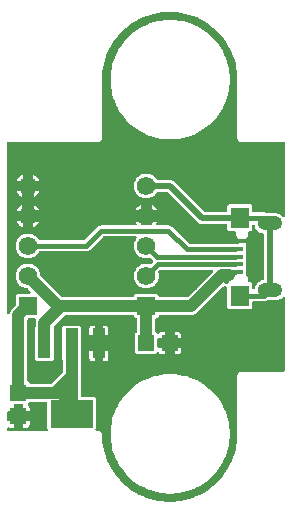
<source format=gtl>
G04 Layer: TopLayer*
G04 EasyEDA v6.5.20, 2023-08-22 18:50:07*
G04 a67cddfb3fce44daa9051d46cbbcc19f,10*
G04 Gerber Generator version 0.2*
G04 Scale: 100 percent, Rotated: No, Reflected: No *
G04 Dimensions in millimeters *
G04 leading zeros omitted , absolute positions ,4 integer and 5 decimal *
%FSLAX45Y45*%
%MOMM*%

%AMMACRO1*21,1,$1,$2,0,0,$3*%
%ADD10C,1.0000*%
%ADD11C,0.4000*%
%ADD12C,0.5000*%
%ADD13MACRO1,1.35X1.41X-90.0000*%
%ADD14R,1.1000X2.5000*%
%ADD15MACRO1,3.6X2.34X0.0000*%
%ADD16MACRO1,1.35X1.41X0.0000*%
%ADD17R,1.3500X1.4100*%
%ADD18R,1.3500X0.4000*%
%ADD19R,1.6000X1.8000*%
%ADD20C,1.5748*%
%ADD21R,1.5748X1.5748*%
%ADD22O,2.0999958X1.1999976*%
%ADD23C,0.6096*%
%ADD24C,0.6100*%
%ADD25C,0.0121*%

%LPD*%
G36*
X-1363116Y-487781D02*
G01*
X-1367282Y-487273D01*
X-1370838Y-485140D01*
X-1373276Y-481736D01*
X-1374140Y-477621D01*
X-1374140Y963930D01*
X-1373378Y967790D01*
X-1371142Y971092D01*
X-1367840Y973328D01*
X-1363980Y974090D01*
X-600557Y973836D01*
X-594055Y974598D01*
X-588518Y976731D01*
X-583387Y980236D01*
X-580339Y983284D01*
X-577697Y986891D01*
X-575208Y992428D01*
X-574040Y999896D01*
X-574090Y1500428D01*
X-573074Y1533652D01*
X-570179Y1566926D01*
X-565302Y1599996D01*
X-558546Y1632661D01*
X-549859Y1664919D01*
X-539343Y1696618D01*
X-526999Y1727657D01*
X-512876Y1757883D01*
X-497027Y1787296D01*
X-479450Y1815693D01*
X-460298Y1843024D01*
X-439572Y1869236D01*
X-417372Y1894179D01*
X-393750Y1917750D01*
X-368757Y1939950D01*
X-342595Y1960625D01*
X-315214Y1979777D01*
X-286766Y1997303D01*
X-257403Y2013153D01*
X-227126Y2027224D01*
X-196088Y2039569D01*
X-164338Y2050034D01*
X-132080Y2058670D01*
X-99415Y2065375D01*
X-66344Y2070201D01*
X-33070Y2073097D01*
X304Y2074062D01*
X33680Y2073097D01*
X66954Y2070150D01*
X99974Y2065274D01*
X132689Y2058517D01*
X164947Y2049881D01*
X196646Y2039366D01*
X227634Y2027021D01*
X257911Y2012848D01*
X287274Y1996998D01*
X315722Y1979472D01*
X343052Y1960321D01*
X369214Y1939594D01*
X394157Y1917344D01*
X417779Y1893722D01*
X439978Y1868779D01*
X460654Y1842566D01*
X479806Y1815185D01*
X497332Y1786788D01*
X513130Y1757375D01*
X527253Y1727098D01*
X539546Y1696059D01*
X550062Y1664360D01*
X558647Y1632102D01*
X565404Y1599387D01*
X570230Y1566367D01*
X573125Y1533093D01*
X574090Y1499514D01*
X574090Y1000506D01*
X574903Y994003D01*
X576986Y988466D01*
X580542Y983335D01*
X583590Y980287D01*
X587146Y977646D01*
X592683Y975156D01*
X600151Y973937D01*
X963930Y974090D01*
X967790Y973328D01*
X971092Y971092D01*
X973328Y967790D01*
X974090Y963930D01*
X974090Y347827D01*
X973328Y343916D01*
X971092Y340664D01*
X967841Y338429D01*
X963930Y337667D01*
X960018Y338429D01*
X956767Y340664D01*
X949960Y347421D01*
X940155Y354736D01*
X929436Y360629D01*
X917956Y364896D01*
X905967Y367487D01*
X893368Y368401D01*
X828954Y368401D01*
X824433Y369468D01*
X817829Y372770D01*
X809650Y375056D01*
X800760Y375920D01*
X709828Y375920D01*
X705916Y376682D01*
X702614Y378866D01*
X700430Y382168D01*
X699668Y386080D01*
X699668Y419404D01*
X698957Y425754D01*
X697026Y431190D01*
X693928Y436118D01*
X689864Y440182D01*
X684936Y443280D01*
X679500Y445211D01*
X673150Y445922D01*
X514299Y445922D01*
X508000Y445211D01*
X502513Y443280D01*
X497636Y440182D01*
X493522Y436118D01*
X490474Y431190D01*
X488543Y425754D01*
X487832Y419404D01*
X487832Y391058D01*
X487070Y387146D01*
X484835Y383844D01*
X481584Y381660D01*
X477672Y380898D01*
X295300Y380847D01*
X291388Y381609D01*
X288086Y383844D01*
X36169Y635812D01*
X32715Y638962D01*
X29209Y641654D01*
X25450Y644042D01*
X21488Y646074D01*
X17424Y647801D01*
X13157Y649122D01*
X8839Y650087D01*
X4419Y650646D01*
X-203Y650849D01*
X-101193Y650849D01*
X-104444Y651408D01*
X-107340Y652932D01*
X-109626Y655370D01*
X-115214Y663702D01*
X-124206Y674014D01*
X-134518Y683006D01*
X-145897Y690626D01*
X-158140Y696671D01*
X-171094Y701090D01*
X-184556Y703732D01*
X-198221Y704646D01*
X-211836Y703732D01*
X-225298Y701090D01*
X-238252Y696671D01*
X-250494Y690626D01*
X-261874Y683006D01*
X-272186Y674014D01*
X-281228Y663702D01*
X-288798Y652322D01*
X-294843Y640029D01*
X-299262Y627075D01*
X-301904Y613664D01*
X-302818Y599998D01*
X-301904Y586333D01*
X-299262Y572922D01*
X-294843Y559968D01*
X-288798Y547674D01*
X-281228Y536295D01*
X-272186Y526034D01*
X-261874Y516991D01*
X-250494Y509422D01*
X-238252Y503326D01*
X-225298Y498957D01*
X-211836Y496265D01*
X-198221Y495401D01*
X-184556Y496265D01*
X-171094Y498957D01*
X-158140Y503326D01*
X-145897Y509422D01*
X-134518Y516991D01*
X-124206Y526034D01*
X-115214Y536295D01*
X-109728Y544525D01*
X-107442Y546963D01*
X-104546Y548487D01*
X-101244Y549046D01*
X-25298Y549046D01*
X-21386Y548284D01*
X-18135Y546049D01*
X233832Y294081D01*
X237286Y290931D01*
X240792Y288239D01*
X244551Y285851D01*
X248513Y283819D01*
X252577Y282092D01*
X256844Y280771D01*
X261162Y279806D01*
X265582Y279247D01*
X270256Y279044D01*
X477672Y279095D01*
X481584Y278282D01*
X484835Y276098D01*
X487070Y272796D01*
X487832Y268935D01*
X487832Y240588D01*
X488543Y234238D01*
X490474Y228803D01*
X493522Y223875D01*
X497636Y219811D01*
X502513Y216712D01*
X508000Y214782D01*
X514299Y214071D01*
X550519Y214071D01*
X554583Y213207D01*
X557987Y210820D01*
X560120Y207213D01*
X560628Y203047D01*
X560374Y199999D01*
X561187Y190754D01*
X563575Y181762D01*
X567537Y173329D01*
X572871Y165709D01*
X579424Y159105D01*
X586994Y153822D01*
X589991Y150571D01*
X591312Y146354D01*
X644652Y146354D01*
X644652Y153263D01*
X645668Y156108D01*
X647496Y158546D01*
X654608Y165709D01*
X659942Y173329D01*
X663905Y181762D01*
X666292Y190754D01*
X667105Y199999D01*
X666800Y203403D01*
X667207Y207264D01*
X669086Y210718D01*
X672084Y213207D01*
X675792Y214375D01*
X679500Y214782D01*
X684936Y216712D01*
X689864Y219811D01*
X693928Y223875D01*
X697026Y228803D01*
X698957Y234238D01*
X699668Y240588D01*
X699668Y263499D01*
X700532Y267614D01*
X703021Y271068D01*
X706628Y273151D01*
X710844Y273608D01*
X714857Y272338D01*
X718007Y269494D01*
X719734Y265684D01*
X721360Y258317D01*
X725627Y246837D01*
X731469Y236067D01*
X738835Y226263D01*
X747522Y217576D01*
X757326Y210261D01*
X768045Y204368D01*
X779526Y200101D01*
X791108Y197612D01*
X794258Y196291D01*
X796848Y194056D01*
X798525Y191058D01*
X799084Y187655D01*
X799084Y-187655D01*
X798525Y-191058D01*
X796848Y-194056D01*
X794258Y-196291D01*
X791108Y-197612D01*
X779526Y-200101D01*
X768045Y-204368D01*
X757326Y-210261D01*
X747522Y-217576D01*
X738835Y-226263D01*
X731469Y-236067D01*
X725627Y-246837D01*
X721360Y-258317D01*
X719734Y-265684D01*
X718007Y-269494D01*
X714857Y-272338D01*
X710844Y-273608D01*
X706628Y-273151D01*
X703021Y-271068D01*
X700532Y-267614D01*
X699668Y-263499D01*
X699668Y-240588D01*
X698957Y-234238D01*
X697026Y-228803D01*
X693928Y-223875D01*
X689864Y-219811D01*
X684936Y-216712D01*
X679500Y-214782D01*
X675792Y-214375D01*
X672084Y-213207D01*
X669086Y-210718D01*
X667207Y-207264D01*
X666800Y-203403D01*
X667105Y-199999D01*
X666292Y-190754D01*
X663905Y-181762D01*
X659942Y-173329D01*
X654608Y-165709D01*
X647496Y-158546D01*
X645668Y-156108D01*
X644652Y-153263D01*
X644652Y-110591D01*
X643940Y-104241D01*
X642772Y-100838D01*
X642162Y-97485D01*
X642772Y-94132D01*
X643940Y-90728D01*
X644652Y-84429D01*
X644652Y-45567D01*
X643940Y-39268D01*
X642772Y-35864D01*
X642162Y-32512D01*
X642772Y-29159D01*
X643940Y-25755D01*
X644652Y-19456D01*
X644652Y19405D01*
X643940Y25755D01*
X642772Y29159D01*
X642162Y32512D01*
X642772Y35864D01*
X643940Y39268D01*
X644652Y45567D01*
X644652Y84429D01*
X643940Y90728D01*
X642772Y94132D01*
X642162Y97485D01*
X642772Y100838D01*
X643940Y104241D01*
X644652Y110591D01*
X644652Y113639D01*
X588111Y113639D01*
X584911Y111607D01*
X581152Y110896D01*
X521309Y110947D01*
X517601Y111658D01*
X514400Y113639D01*
X454609Y113639D01*
X451408Y111658D01*
X447649Y110947D01*
X168249Y110947D01*
X164388Y111709D01*
X161086Y113893D01*
X21285Y253644D01*
X14224Y258978D01*
X6654Y262737D01*
X-1473Y265023D01*
X-10363Y265887D01*
X-107187Y265887D01*
X-111455Y266801D01*
X-114909Y269443D01*
X-116992Y273304D01*
X-117246Y277622D01*
X-115620Y281686D01*
X-107594Y293725D01*
X-104343Y300278D01*
X-152501Y300278D01*
X-152501Y276047D01*
X-153263Y272135D01*
X-155448Y268833D01*
X-158750Y266649D01*
X-162661Y265887D01*
X-233781Y265887D01*
X-237642Y266649D01*
X-240944Y268833D01*
X-243128Y272135D01*
X-243941Y276047D01*
X-243941Y300278D01*
X-292049Y300278D01*
X-288798Y293725D01*
X-280771Y281686D01*
X-279196Y277622D01*
X-279450Y273304D01*
X-281482Y269443D01*
X-284937Y266801D01*
X-289204Y265887D01*
X-581660Y265836D01*
X-590397Y264617D01*
X-598424Y261924D01*
X-605790Y257810D01*
X-612698Y252069D01*
X-723950Y140817D01*
X-727252Y138633D01*
X-731113Y137871D01*
X-1099870Y137871D01*
X-1103579Y138531D01*
X-1106728Y140512D01*
X-1116990Y155702D01*
X-1126032Y165963D01*
X-1136294Y175006D01*
X-1147673Y182626D01*
X-1159967Y188671D01*
X-1172921Y193040D01*
X-1186332Y195732D01*
X-1199997Y196646D01*
X-1213662Y195732D01*
X-1227074Y193040D01*
X-1240028Y188671D01*
X-1252321Y182626D01*
X-1263700Y175006D01*
X-1273962Y165963D01*
X-1283004Y155702D01*
X-1290624Y144322D01*
X-1296670Y132029D01*
X-1301038Y119075D01*
X-1303731Y105664D01*
X-1304645Y91998D01*
X-1303731Y78333D01*
X-1301038Y64922D01*
X-1296670Y51968D01*
X-1290624Y39674D01*
X-1283004Y28295D01*
X-1273962Y18034D01*
X-1263700Y8991D01*
X-1252321Y1371D01*
X-1240028Y-4673D01*
X-1227074Y-9042D01*
X-1213662Y-11734D01*
X-1199997Y-12649D01*
X-1186332Y-11734D01*
X-1172921Y-9042D01*
X-1159967Y-4673D01*
X-1147673Y1371D01*
X-1136294Y8991D01*
X-1126032Y18034D01*
X-1116990Y28295D01*
X-1106779Y43383D01*
X-1103630Y45364D01*
X-1099921Y46024D01*
X-706120Y46075D01*
X-697382Y47294D01*
X-689356Y49987D01*
X-681990Y54102D01*
X-675081Y59842D01*
X-563829Y171094D01*
X-560527Y173278D01*
X-556666Y174040D01*
X-287528Y174040D01*
X-283768Y173329D01*
X-280517Y171246D01*
X-278282Y168097D01*
X-277368Y164338D01*
X-277926Y160528D01*
X-279908Y157175D01*
X-281228Y155702D01*
X-288798Y144322D01*
X-294843Y132029D01*
X-299262Y119075D01*
X-301904Y105664D01*
X-302818Y91998D01*
X-301904Y78333D01*
X-299262Y64922D01*
X-294843Y51968D01*
X-288798Y39674D01*
X-281228Y28295D01*
X-272186Y18034D01*
X-261874Y8991D01*
X-250494Y1422D01*
X-238252Y-4673D01*
X-225298Y-9042D01*
X-211836Y-11734D01*
X-198221Y-12598D01*
X-184556Y-11734D01*
X-166624Y-8280D01*
X-162966Y-9093D01*
X-159918Y-11226D01*
X-143306Y-27838D01*
X-141122Y-31089D01*
X-140309Y-35001D01*
X-141122Y-38912D01*
X-143306Y-42164D01*
X-159867Y-58775D01*
X-162966Y-60858D01*
X-166624Y-61722D01*
X-184556Y-58267D01*
X-198221Y-57353D01*
X-211836Y-58267D01*
X-225298Y-60909D01*
X-238252Y-65328D01*
X-250494Y-71374D01*
X-261874Y-78994D01*
X-272186Y-87985D01*
X-281228Y-98298D01*
X-288798Y-109677D01*
X-294843Y-121970D01*
X-299262Y-134924D01*
X-301904Y-148336D01*
X-302818Y-162001D01*
X-301904Y-175666D01*
X-299262Y-189077D01*
X-294843Y-202031D01*
X-288798Y-214325D01*
X-281228Y-225704D01*
X-272186Y-235966D01*
X-261874Y-245008D01*
X-250494Y-252577D01*
X-238252Y-258673D01*
X-225298Y-263042D01*
X-211836Y-265734D01*
X-198221Y-266598D01*
X-184556Y-265734D01*
X-171094Y-263042D01*
X-158140Y-258673D01*
X-145897Y-252577D01*
X-134518Y-245008D01*
X-124206Y-235966D01*
X-115214Y-225704D01*
X-107594Y-214325D01*
X-101549Y-202031D01*
X-97129Y-189077D01*
X-94488Y-175666D01*
X-93573Y-162001D01*
X-94488Y-148336D01*
X-97942Y-130454D01*
X-97078Y-126796D01*
X-94945Y-123698D01*
X-85140Y-113893D01*
X-81838Y-111658D01*
X-77978Y-110896D01*
X357174Y-110896D01*
X361035Y-111658D01*
X364337Y-113893D01*
X366572Y-117195D01*
X367334Y-121056D01*
X366572Y-124968D01*
X364337Y-128270D01*
X155448Y-337159D01*
X152146Y-339394D01*
X148234Y-340156D01*
X-84226Y-340156D01*
X-87731Y-339496D01*
X-90830Y-337718D01*
X-93065Y-334924D01*
X-96164Y-326034D01*
X-99263Y-321157D01*
X-103327Y-317042D01*
X-108254Y-313944D01*
X-113690Y-312064D01*
X-120040Y-311353D01*
X-276352Y-311353D01*
X-282702Y-312064D01*
X-288137Y-313944D01*
X-293065Y-317042D01*
X-297129Y-321157D01*
X-300228Y-326034D01*
X-303326Y-334924D01*
X-305562Y-337718D01*
X-308660Y-339496D01*
X-312166Y-340156D01*
X-910285Y-340156D01*
X-914196Y-339394D01*
X-917498Y-337159D01*
X-1092860Y-161798D01*
X-1094943Y-158800D01*
X-1095806Y-155244D01*
X-1096264Y-148336D01*
X-1098956Y-134924D01*
X-1103325Y-121970D01*
X-1109370Y-109677D01*
X-1116990Y-98298D01*
X-1126032Y-88036D01*
X-1136294Y-78994D01*
X-1147673Y-71374D01*
X-1159967Y-65328D01*
X-1172921Y-60960D01*
X-1186332Y-58267D01*
X-1199997Y-57353D01*
X-1213662Y-58267D01*
X-1227074Y-60960D01*
X-1240028Y-65328D01*
X-1252321Y-71374D01*
X-1263700Y-78994D01*
X-1273962Y-88036D01*
X-1283004Y-98298D01*
X-1290624Y-109677D01*
X-1296670Y-121970D01*
X-1301038Y-134924D01*
X-1303731Y-148336D01*
X-1304645Y-162001D01*
X-1303731Y-175666D01*
X-1301038Y-189077D01*
X-1296670Y-202031D01*
X-1290624Y-214325D01*
X-1283004Y-225704D01*
X-1273962Y-235966D01*
X-1263700Y-245008D01*
X-1252321Y-252628D01*
X-1240028Y-258673D01*
X-1227074Y-263042D01*
X-1213662Y-265734D01*
X-1206703Y-266192D01*
X-1203198Y-267055D01*
X-1200200Y-269138D01*
X-1175359Y-294030D01*
X-1173124Y-297281D01*
X-1172362Y-301193D01*
X-1173124Y-305104D01*
X-1175359Y-308356D01*
X-1178610Y-310591D01*
X-1182522Y-311353D01*
X-1278178Y-311353D01*
X-1284478Y-312064D01*
X-1289964Y-313994D01*
X-1294841Y-317042D01*
X-1298956Y-321157D01*
X-1302004Y-326034D01*
X-1303934Y-331520D01*
X-1304645Y-337820D01*
X-1304645Y-409092D01*
X-1305407Y-412953D01*
X-1307642Y-416255D01*
X-1335532Y-444246D01*
X-1342593Y-453085D01*
X-1347216Y-460705D01*
X-1351686Y-471119D01*
X-1354124Y-480059D01*
X-1355953Y-483870D01*
X-1359103Y-486562D01*
G37*

%LPC*%
G36*
X-152501Y391718D02*
G01*
X-104343Y391718D01*
X-107594Y398322D01*
X-115214Y409701D01*
X-124206Y420014D01*
X-134518Y429006D01*
X-145897Y436626D01*
X-152501Y439877D01*
G37*
G36*
X-1293876Y391718D02*
G01*
X-1245717Y391718D01*
X-1245717Y439877D01*
X-1252321Y436626D01*
X-1263700Y429006D01*
X-1273962Y419963D01*
X-1283004Y409701D01*
X-1290624Y398322D01*
G37*
G36*
X-1154277Y506120D02*
G01*
X-1147673Y509371D01*
X-1136294Y516991D01*
X-1126032Y526034D01*
X-1116990Y536295D01*
X-1109370Y547674D01*
X-1106119Y554278D01*
X-1154277Y554278D01*
G37*
G36*
X-10566Y994105D02*
G01*
X20574Y994105D01*
X51663Y996035D01*
X82550Y999845D01*
X113182Y1005586D01*
X143408Y1013206D01*
X173075Y1022654D01*
X202082Y1033932D01*
X230378Y1046937D01*
X257810Y1061720D01*
X284276Y1078128D01*
X309676Y1096162D01*
X333959Y1115720D01*
X356920Y1136700D01*
X378612Y1159103D01*
X398830Y1182776D01*
X417576Y1207668D01*
X434746Y1233627D01*
X450291Y1260652D01*
X464108Y1288542D01*
X476199Y1317244D01*
X486511Y1346657D01*
X494995Y1376629D01*
X501599Y1407058D01*
X506272Y1437843D01*
X509117Y1468882D01*
X509981Y1499971D01*
X509117Y1531112D01*
X506272Y1562150D01*
X501599Y1592935D01*
X494995Y1623364D01*
X486511Y1653336D01*
X476199Y1682750D01*
X464108Y1711452D01*
X450291Y1739341D01*
X434746Y1766366D01*
X417576Y1792325D01*
X398830Y1817217D01*
X378612Y1840890D01*
X356920Y1863293D01*
X333959Y1884273D01*
X309676Y1903831D01*
X284276Y1921865D01*
X257810Y1938274D01*
X230378Y1953056D01*
X202082Y1966061D01*
X173075Y1977339D01*
X143408Y1986788D01*
X113182Y1994407D01*
X82550Y2000148D01*
X51663Y2003958D01*
X20574Y2005888D01*
X-10566Y2005888D01*
X-41656Y2003958D01*
X-72593Y2000148D01*
X-103174Y1994407D01*
X-133400Y1986788D01*
X-163068Y1977339D01*
X-192125Y1966061D01*
X-220370Y1953056D01*
X-247802Y1938274D01*
X-274269Y1921865D01*
X-299720Y1903831D01*
X-323951Y1884273D01*
X-346964Y1863293D01*
X-368604Y1840890D01*
X-388823Y1817217D01*
X-407568Y1792325D01*
X-424738Y1766366D01*
X-440283Y1739341D01*
X-454101Y1711452D01*
X-466191Y1682750D01*
X-476504Y1653336D01*
X-484987Y1623364D01*
X-491591Y1592935D01*
X-496316Y1562150D01*
X-499109Y1531112D01*
X-499973Y1500022D01*
X-499109Y1468882D01*
X-496316Y1437843D01*
X-491591Y1407058D01*
X-484987Y1376629D01*
X-476504Y1346657D01*
X-466191Y1317244D01*
X-454101Y1288542D01*
X-440283Y1260652D01*
X-424738Y1233627D01*
X-407568Y1207668D01*
X-388823Y1182776D01*
X-368604Y1159103D01*
X-346964Y1136700D01*
X-323951Y1115720D01*
X-299720Y1096162D01*
X-274269Y1078128D01*
X-247802Y1061720D01*
X-220370Y1046937D01*
X-192125Y1033932D01*
X-163068Y1022654D01*
X-133400Y1013206D01*
X-103174Y1005586D01*
X-72593Y999845D01*
X-41656Y996035D01*
G37*
G36*
X-1154277Y645718D02*
G01*
X-1106119Y645718D01*
X-1109370Y652322D01*
X-1116990Y663702D01*
X-1126032Y673963D01*
X-1136294Y683006D01*
X-1147673Y690626D01*
X-1154277Y693877D01*
G37*
G36*
X-292049Y391718D02*
G01*
X-243941Y391718D01*
X-243941Y439877D01*
X-250494Y436626D01*
X-261874Y429006D01*
X-272186Y420014D01*
X-281228Y409701D01*
X-288798Y398322D01*
G37*
G36*
X-1245717Y506120D02*
G01*
X-1245717Y554278D01*
X-1293876Y554278D01*
X-1290624Y547674D01*
X-1283004Y536295D01*
X-1273962Y526034D01*
X-1263700Y516991D01*
X-1252321Y509371D01*
G37*
G36*
X-1154277Y391718D02*
G01*
X-1106119Y391718D01*
X-1109370Y398322D01*
X-1116990Y409701D01*
X-1126032Y419963D01*
X-1136294Y429006D01*
X-1147673Y436626D01*
X-1154277Y439877D01*
G37*
G36*
X-1154277Y252120D02*
G01*
X-1147673Y255371D01*
X-1136294Y262991D01*
X-1126032Y272034D01*
X-1116990Y282295D01*
X-1109370Y293674D01*
X-1106119Y300278D01*
X-1154277Y300278D01*
G37*
G36*
X-1245717Y252120D02*
G01*
X-1245717Y300278D01*
X-1293876Y300278D01*
X-1290624Y293674D01*
X-1283004Y282295D01*
X-1273962Y272034D01*
X-1263700Y262991D01*
X-1252321Y255371D01*
G37*
G36*
X457809Y146354D02*
G01*
X511149Y146354D01*
X511149Y175920D01*
X484327Y175920D01*
X477977Y175209D01*
X472541Y173278D01*
X467614Y170180D01*
X463550Y166116D01*
X460451Y161188D01*
X458520Y155752D01*
X457809Y149402D01*
G37*
G36*
X-1293876Y645718D02*
G01*
X-1245717Y645718D01*
X-1245717Y693877D01*
X-1252321Y690626D01*
X-1263700Y683006D01*
X-1273962Y673963D01*
X-1283004Y663702D01*
X-1290624Y652322D01*
G37*

%LPD*%
G36*
X-1363980Y-1473962D02*
G01*
X-1367891Y-1473200D01*
X-1371142Y-1470964D01*
X-1373378Y-1467713D01*
X-1374140Y-1463802D01*
X-1374140Y-1452473D01*
X-1373225Y-1448308D01*
X-1370736Y-1444853D01*
X-1366977Y-1442770D01*
X-1362760Y-1442364D01*
X-1353261Y-1445717D01*
X-1346911Y-1446428D01*
X-1320088Y-1446428D01*
X-1320088Y-1391615D01*
X-1363980Y-1391615D01*
X-1367891Y-1390802D01*
X-1371142Y-1388618D01*
X-1373378Y-1385316D01*
X-1374140Y-1381455D01*
X-1374140Y-1318564D01*
X-1373378Y-1314653D01*
X-1371142Y-1311351D01*
X-1367891Y-1309166D01*
X-1363980Y-1308404D01*
X-1320088Y-1308404D01*
X-1320088Y-1256588D01*
X-1319326Y-1252677D01*
X-1317142Y-1249375D01*
X-1313840Y-1247190D01*
X-1309928Y-1246428D01*
X-1250035Y-1246428D01*
X-1246174Y-1247190D01*
X-1242872Y-1249375D01*
X-1240688Y-1252677D01*
X-1239875Y-1256588D01*
X-1239875Y-1308404D01*
X-1186586Y-1308404D01*
X-1186586Y-1280058D01*
X-1187297Y-1273759D01*
X-1189228Y-1268272D01*
X-1192276Y-1263396D01*
X-1196390Y-1259281D01*
X-1200454Y-1255776D01*
X-1202029Y-1252016D01*
X-1202029Y-1247952D01*
X-1200454Y-1244193D01*
X-1196390Y-1240688D01*
X-1192276Y-1236624D01*
X-1188618Y-1230782D01*
X-1186332Y-1228242D01*
X-1183386Y-1226566D01*
X-1180033Y-1226007D01*
X-1046073Y-1226007D01*
X-1042162Y-1226769D01*
X-1038860Y-1229004D01*
X-1036675Y-1232306D01*
X-1035913Y-1236167D01*
X-1035913Y-1443431D01*
X-1035202Y-1449730D01*
X-1033271Y-1455216D01*
X-1031290Y-1458417D01*
X-1029817Y-1462430D01*
X-1030173Y-1466748D01*
X-1032256Y-1470507D01*
X-1035659Y-1473047D01*
X-1039876Y-1473962D01*
G37*

%LPC*%
G36*
X-1239875Y-1446428D02*
G01*
X-1213053Y-1446428D01*
X-1206754Y-1445717D01*
X-1201267Y-1443786D01*
X-1196390Y-1440688D01*
X-1192276Y-1436624D01*
X-1189228Y-1431696D01*
X-1187297Y-1426260D01*
X-1186586Y-1419910D01*
X-1186586Y-1391615D01*
X-1239875Y-1391615D01*
G37*

%LPD*%
G36*
X-304Y-2074062D02*
G01*
X-33680Y-2073097D01*
X-66954Y-2070150D01*
X-99974Y-2065274D01*
X-132689Y-2058517D01*
X-164947Y-2049881D01*
X-196646Y-2039366D01*
X-227634Y-2027021D01*
X-257911Y-2012848D01*
X-287274Y-1996998D01*
X-315722Y-1979472D01*
X-343052Y-1960270D01*
X-369214Y-1939543D01*
X-394157Y-1917344D01*
X-417779Y-1893722D01*
X-439978Y-1868779D01*
X-460654Y-1842566D01*
X-479806Y-1815185D01*
X-497332Y-1786788D01*
X-513130Y-1757375D01*
X-527253Y-1727098D01*
X-539546Y-1696059D01*
X-550062Y-1664360D01*
X-558647Y-1632102D01*
X-565404Y-1599387D01*
X-570230Y-1566367D01*
X-573125Y-1533093D01*
X-574090Y-1499870D01*
X-575056Y-1493418D01*
X-577342Y-1487881D01*
X-580390Y-1483563D01*
X-583742Y-1480108D01*
X-588518Y-1476806D01*
X-594106Y-1474673D01*
X-600252Y-1473962D01*
X-620115Y-1473962D01*
X-624332Y-1473047D01*
X-627786Y-1470507D01*
X-629818Y-1466748D01*
X-630174Y-1462430D01*
X-628700Y-1458417D01*
X-626719Y-1455216D01*
X-624789Y-1449730D01*
X-624078Y-1443431D01*
X-624078Y-1210564D01*
X-624789Y-1204264D01*
X-626719Y-1198778D01*
X-629818Y-1193901D01*
X-633882Y-1189786D01*
X-638810Y-1186738D01*
X-644245Y-1184808D01*
X-650544Y-1184097D01*
X-743915Y-1184097D01*
X-747826Y-1183335D01*
X-751128Y-1181100D01*
X-753313Y-1177798D01*
X-754075Y-1173937D01*
X-754075Y-875944D01*
X-753668Y-873099D01*
X-751738Y-869238D01*
X-749808Y-863752D01*
X-749096Y-857453D01*
X-749096Y-608584D01*
X-749808Y-602234D01*
X-751738Y-596798D01*
X-754786Y-591870D01*
X-758901Y-587806D01*
X-763778Y-584708D01*
X-769264Y-582828D01*
X-775563Y-582117D01*
X-884428Y-582117D01*
X-890727Y-582828D01*
X-896213Y-584708D01*
X-901090Y-587806D01*
X-905205Y-591870D01*
X-908303Y-596798D01*
X-910183Y-602234D01*
X-910894Y-608584D01*
X-910894Y-857453D01*
X-910183Y-863752D01*
X-908303Y-869238D01*
X-906322Y-873099D01*
X-905916Y-875944D01*
X-905916Y-977544D01*
X-906678Y-981405D01*
X-908862Y-984707D01*
X-995222Y-1071219D01*
X-998524Y-1073404D01*
X-1002436Y-1074216D01*
X-1179931Y-1074216D01*
X-1183284Y-1073607D01*
X-1186281Y-1071981D01*
X-1188567Y-1069390D01*
X-1192326Y-1063345D01*
X-1196390Y-1059281D01*
X-1199337Y-1057452D01*
X-1201877Y-1055166D01*
X-1203502Y-1052169D01*
X-1204112Y-1048816D01*
X-1204112Y-531672D01*
X-1203299Y-527761D01*
X-1200251Y-523646D01*
X-1197000Y-521411D01*
X-1193088Y-520649D01*
X-1140815Y-520649D01*
X-1137056Y-521360D01*
X-1133805Y-523443D01*
X-1131570Y-526592D01*
X-1130706Y-530352D01*
X-1131214Y-534162D01*
X-1132433Y-537616D01*
X-1134567Y-546150D01*
X-1134973Y-548589D01*
X-1135786Y-557428D01*
X-1135837Y-589991D01*
X-1136243Y-592785D01*
X-1138275Y-596798D01*
X-1140206Y-602234D01*
X-1140917Y-608584D01*
X-1140917Y-857453D01*
X-1140206Y-863752D01*
X-1138275Y-869238D01*
X-1135227Y-874115D01*
X-1131112Y-878230D01*
X-1126236Y-881278D01*
X-1120749Y-883208D01*
X-1114450Y-883919D01*
X-1005586Y-883919D01*
X-999236Y-883208D01*
X-993800Y-881278D01*
X-988872Y-878230D01*
X-984808Y-874115D01*
X-981710Y-869238D01*
X-979779Y-863752D01*
X-979068Y-857453D01*
X-979068Y-608584D01*
X-979779Y-602234D01*
X-981557Y-597204D01*
X-982116Y-593445D01*
X-981303Y-589788D01*
X-979169Y-586638D01*
X-887476Y-494944D01*
X-884174Y-492709D01*
X-880262Y-491947D01*
X-312166Y-491947D01*
X-308051Y-492810D01*
X-304647Y-495300D01*
X-302514Y-498906D01*
X-300177Y-506018D01*
X-297129Y-510844D01*
X-293065Y-514959D01*
X-288137Y-518007D01*
X-281533Y-520293D01*
X-277977Y-522478D01*
X-275539Y-525881D01*
X-274726Y-529945D01*
X-275285Y-629818D01*
X-276047Y-633730D01*
X-278333Y-637032D01*
X-286613Y-642315D01*
X-290728Y-646379D01*
X-293776Y-651306D01*
X-295706Y-656742D01*
X-296418Y-663092D01*
X-296418Y-796950D01*
X-295706Y-803249D01*
X-293776Y-808736D01*
X-290728Y-813612D01*
X-286613Y-817727D01*
X-281736Y-820775D01*
X-276250Y-822706D01*
X-269951Y-823417D01*
X-130048Y-823417D01*
X-123748Y-822706D01*
X-118313Y-820775D01*
X-113385Y-817727D01*
X-109321Y-813612D01*
X-105765Y-809548D01*
X-102057Y-807974D01*
X-97942Y-807974D01*
X-94234Y-809548D01*
X-90678Y-813612D01*
X-86614Y-817727D01*
X-81686Y-820775D01*
X-76250Y-822706D01*
X-69951Y-823417D01*
X-41605Y-823417D01*
X-41605Y-770077D01*
X-93421Y-770077D01*
X-97332Y-769315D01*
X-100634Y-767130D01*
X-102819Y-763828D01*
X-103581Y-759917D01*
X-103581Y-700074D01*
X-102819Y-696163D01*
X-100634Y-692861D01*
X-97332Y-690676D01*
X-93421Y-689914D01*
X-41605Y-689914D01*
X-41605Y-636574D01*
X-69951Y-636574D01*
X-76250Y-637286D01*
X-81686Y-639216D01*
X-86614Y-642315D01*
X-90678Y-646379D01*
X-94234Y-650443D01*
X-97942Y-652018D01*
X-102057Y-652018D01*
X-105765Y-650443D01*
X-109321Y-646379D01*
X-113385Y-642315D01*
X-118668Y-638962D01*
X-121259Y-636676D01*
X-122885Y-633679D01*
X-123444Y-630326D01*
X-122885Y-529996D01*
X-122224Y-526389D01*
X-120294Y-523240D01*
X-117398Y-521004D01*
X-108254Y-518007D01*
X-103327Y-514959D01*
X-99263Y-510844D01*
X-96215Y-506018D01*
X-93878Y-498906D01*
X-91744Y-495300D01*
X-88341Y-492810D01*
X-84226Y-491947D01*
X186537Y-491896D01*
X195376Y-491083D01*
X197815Y-490677D01*
X206451Y-488543D01*
X208788Y-487781D01*
X217017Y-484378D01*
X219202Y-483260D01*
X226821Y-478637D01*
X235661Y-471576D01*
X453390Y-253898D01*
X456692Y-251663D01*
X460603Y-250901D01*
X477672Y-250901D01*
X481584Y-251663D01*
X484835Y-253898D01*
X487070Y-257200D01*
X487832Y-261061D01*
X487832Y-419404D01*
X488543Y-425754D01*
X490474Y-431190D01*
X493522Y-436118D01*
X497636Y-440182D01*
X502513Y-443280D01*
X508000Y-445211D01*
X514299Y-445922D01*
X673150Y-445922D01*
X679500Y-445211D01*
X684936Y-443280D01*
X689864Y-440182D01*
X693928Y-436118D01*
X697026Y-431190D01*
X698957Y-425754D01*
X699668Y-419404D01*
X699668Y-386080D01*
X700430Y-382168D01*
X702614Y-378866D01*
X705916Y-376682D01*
X709828Y-375920D01*
X803046Y-375869D01*
X811885Y-374650D01*
X817727Y-372821D01*
X824433Y-369468D01*
X828954Y-368401D01*
X893368Y-368401D01*
X905967Y-367487D01*
X917956Y-364896D01*
X929436Y-360629D01*
X940155Y-354736D01*
X949960Y-347421D01*
X956767Y-340664D01*
X960018Y-338429D01*
X963930Y-337667D01*
X967841Y-338429D01*
X971092Y-340664D01*
X973328Y-343916D01*
X974090Y-347827D01*
X974090Y-963930D01*
X973328Y-967841D01*
X971092Y-971143D01*
X967841Y-973328D01*
X963930Y-974090D01*
X600608Y-974242D01*
X594106Y-975004D01*
X588568Y-977137D01*
X583438Y-980643D01*
X580390Y-983691D01*
X577748Y-987298D01*
X575259Y-992835D01*
X574090Y-1000302D01*
X574090Y-1499463D01*
X573074Y-1533652D01*
X570179Y-1566926D01*
X565302Y-1599996D01*
X558546Y-1632661D01*
X549859Y-1664919D01*
X539343Y-1696618D01*
X526999Y-1727657D01*
X512876Y-1757883D01*
X497027Y-1787296D01*
X479450Y-1815693D01*
X460298Y-1843024D01*
X439572Y-1869236D01*
X417372Y-1894179D01*
X393750Y-1917750D01*
X368757Y-1939950D01*
X342595Y-1960625D01*
X315214Y-1979777D01*
X286766Y-1997303D01*
X257403Y-2013153D01*
X227126Y-2027224D01*
X196088Y-2039569D01*
X164338Y-2050034D01*
X132080Y-2058670D01*
X99415Y-2065375D01*
X66344Y-2070201D01*
X33070Y-2073097D01*
G37*

%LPC*%
G36*
X-10566Y-2005888D02*
G01*
X20574Y-2005888D01*
X51663Y-2003958D01*
X82550Y-2000148D01*
X113182Y-1994407D01*
X143408Y-1986788D01*
X173075Y-1977339D01*
X202082Y-1966061D01*
X230378Y-1953056D01*
X257810Y-1938274D01*
X284276Y-1921865D01*
X309676Y-1903831D01*
X333959Y-1884273D01*
X356920Y-1863293D01*
X378612Y-1840890D01*
X398830Y-1817217D01*
X417576Y-1792325D01*
X434746Y-1766366D01*
X450291Y-1739341D01*
X464108Y-1711452D01*
X476199Y-1682750D01*
X486511Y-1653336D01*
X494995Y-1623364D01*
X501599Y-1592935D01*
X506272Y-1562150D01*
X509117Y-1531112D01*
X509981Y-1500022D01*
X509117Y-1468882D01*
X506272Y-1437843D01*
X501599Y-1407058D01*
X494995Y-1376629D01*
X486511Y-1346657D01*
X476199Y-1317244D01*
X464108Y-1288542D01*
X450291Y-1260652D01*
X434746Y-1233627D01*
X417576Y-1207668D01*
X398830Y-1182776D01*
X378612Y-1159103D01*
X356920Y-1136700D01*
X333959Y-1115720D01*
X309676Y-1096162D01*
X284276Y-1078128D01*
X257810Y-1061720D01*
X230378Y-1046937D01*
X202082Y-1033932D01*
X173075Y-1022654D01*
X143408Y-1013206D01*
X113182Y-1005586D01*
X82550Y-999845D01*
X51663Y-996035D01*
X20574Y-994105D01*
X-10566Y-994105D01*
X-41656Y-996035D01*
X-72593Y-999845D01*
X-103174Y-1005586D01*
X-133400Y-1013206D01*
X-163068Y-1022654D01*
X-192125Y-1033932D01*
X-220370Y-1046937D01*
X-247802Y-1061720D01*
X-274269Y-1078128D01*
X-299720Y-1096162D01*
X-323951Y-1115720D01*
X-346964Y-1136700D01*
X-368604Y-1159103D01*
X-388823Y-1182776D01*
X-407568Y-1207668D01*
X-424738Y-1233627D01*
X-440283Y-1260652D01*
X-454101Y-1288542D01*
X-466191Y-1317244D01*
X-476504Y-1346657D01*
X-484987Y-1376629D01*
X-491591Y-1407058D01*
X-496316Y-1437843D01*
X-499109Y-1468882D01*
X-499973Y-1499971D01*
X-499109Y-1531112D01*
X-496316Y-1562150D01*
X-491591Y-1592935D01*
X-484987Y-1623364D01*
X-476504Y-1653336D01*
X-466191Y-1682750D01*
X-454101Y-1711452D01*
X-440283Y-1739341D01*
X-424738Y-1766366D01*
X-407568Y-1792325D01*
X-388823Y-1817217D01*
X-368604Y-1840890D01*
X-346964Y-1863293D01*
X-323951Y-1884273D01*
X-299720Y-1903831D01*
X-274269Y-1921865D01*
X-247802Y-1938274D01*
X-220370Y-1953056D01*
X-192125Y-1966061D01*
X-163068Y-1977339D01*
X-133400Y-1986788D01*
X-103174Y-1994407D01*
X-72593Y-2000148D01*
X-41656Y-2003958D01*
G37*
G36*
X-566166Y-664159D02*
G01*
X-519074Y-664159D01*
X-519074Y-608584D01*
X-519785Y-602234D01*
X-521716Y-596798D01*
X-524814Y-591870D01*
X-528878Y-587806D01*
X-533806Y-584708D01*
X-539242Y-582828D01*
X-545592Y-582117D01*
X-566166Y-582117D01*
G37*
G36*
X-654405Y-883919D02*
G01*
X-633831Y-883919D01*
X-633831Y-801827D01*
X-680923Y-801827D01*
X-680923Y-857453D01*
X-680212Y-863752D01*
X-678281Y-869238D01*
X-675182Y-874115D01*
X-671118Y-878230D01*
X-666191Y-881278D01*
X-660755Y-883208D01*
G37*
G36*
X-566166Y-883919D02*
G01*
X-545592Y-883919D01*
X-539242Y-883208D01*
X-533806Y-881278D01*
X-528878Y-878230D01*
X-524814Y-874115D01*
X-521716Y-869238D01*
X-519785Y-863752D01*
X-519074Y-857453D01*
X-519074Y-801827D01*
X-566166Y-801827D01*
G37*
G36*
X-680923Y-664159D02*
G01*
X-633831Y-664159D01*
X-633831Y-582117D01*
X-654405Y-582117D01*
X-660755Y-582828D01*
X-666191Y-584708D01*
X-671118Y-587806D01*
X-675182Y-591870D01*
X-678281Y-596798D01*
X-680212Y-602234D01*
X-680923Y-608584D01*
G37*
G36*
X41605Y-689914D02*
G01*
X96418Y-689914D01*
X96418Y-663092D01*
X95707Y-656742D01*
X93776Y-651306D01*
X90728Y-646379D01*
X86614Y-642315D01*
X81737Y-639216D01*
X76250Y-637286D01*
X69951Y-636574D01*
X41605Y-636574D01*
G37*
G36*
X41605Y-823417D02*
G01*
X69951Y-823417D01*
X76250Y-822706D01*
X81737Y-820775D01*
X86614Y-817727D01*
X90728Y-813612D01*
X93776Y-808736D01*
X95707Y-803249D01*
X96418Y-796950D01*
X96418Y-770077D01*
X41605Y-770077D01*
G37*

%LPD*%
D10*
X500126Y-154939D02*
G01*
X445007Y-154939D01*
X183895Y-416052D01*
X-198120Y-416052D01*
D11*
X551179Y-130047D02*
G01*
X519937Y-130047D01*
X473202Y-176784D01*
X473202Y-203962D01*
D10*
X-830071Y-1326895D02*
G01*
X-830071Y-1240028D01*
X-919987Y-1150112D01*
X-1279905Y-1150112D01*
X-1279905Y-1150112D02*
G01*
X-966723Y-1150112D01*
X-830071Y-1013205D01*
X-1199997Y-161998D02*
G01*
X-945944Y-416052D01*
X-915923Y-416052D01*
X-1059942Y-733044D02*
G01*
X-1059942Y-560070D01*
X-915923Y-416052D01*
X-198120Y-416052D01*
X-198120Y-416052D02*
G01*
X-915923Y-416052D01*
X-829998Y-1327000D02*
G01*
X-829998Y-732995D01*
X-1199997Y-415998D02*
G01*
X-1279997Y-495998D01*
X-1279997Y-1149997D01*
X-199897Y-729995D02*
G01*
X-198196Y-416001D01*
D11*
X551179Y65023D02*
G01*
X145034Y65023D01*
X-9905Y219963D01*
X-579881Y219963D01*
X-707897Y91947D01*
X-1199895Y91947D01*
X848740Y-282524D02*
G01*
X801268Y-329996D01*
X593750Y-329996D01*
X848740Y282498D02*
G01*
X801243Y329996D01*
X593750Y329996D01*
D12*
X-198120Y599947D02*
G01*
X0Y599947D01*
X270002Y329945D01*
X593750Y329996D01*
X849995Y289999D02*
G01*
X849995Y-275028D01*
D10*
X519937Y160020D02*
G01*
X240029Y160020D01*
X53847Y345947D01*
X-198120Y345947D01*
D11*
X551230Y-64998D02*
G01*
X-101193Y-64998D01*
X-198196Y-162001D01*
X551230Y0D02*
G01*
X-106197Y0D01*
X-198196Y91998D01*
D10*
X-1199997Y346001D02*
G01*
X-198198Y346001D01*
X-1199997Y599998D02*
G01*
X-1199997Y345998D01*
D13*
G01*
X-200002Y-729998D03*
G01*
X2Y-729998D03*
D14*
G01*
X-599998Y-732993D03*
G01*
X-829995Y-732993D03*
G01*
X-1059992Y-732993D03*
D15*
G01*
X-829998Y-1327000D03*
D16*
G01*
X-1279997Y-1149995D03*
D17*
G01*
X-1280007Y-1350010D03*
D18*
G01*
X551230Y-129997D03*
G01*
X551230Y-64998D03*
G01*
X551230Y0D03*
G01*
X551230Y64998D03*
G01*
X551230Y129997D03*
D19*
G01*
X593750Y329996D03*
G01*
X593750Y-329996D03*
D20*
G01*
X-198196Y599998D03*
G01*
X-198196Y345998D03*
G01*
X-198196Y91998D03*
G01*
X-198196Y-162001D03*
D21*
G01*
X-198196Y-416001D03*
D20*
G01*
X-1199997Y599998D03*
G01*
X-1199997Y345998D03*
G01*
X-1199997Y91998D03*
G01*
X-1199997Y-162001D03*
D21*
G01*
X-1199997Y-416001D03*
D22*
G01*
X848740Y282498D03*
G01*
X848740Y-282524D03*
D23*
G01*
X-1124991Y-1350010D03*
D24*
G01*
X-1292834Y742746D03*
G01*
X-1042847Y742746D03*
G01*
X-1042847Y492760D03*
G01*
X-1042847Y242747D03*
G01*
X-792835Y742746D03*
G01*
X-792835Y492760D03*
G01*
X-792835Y242747D03*
G01*
X-792835Y-257251D03*
G01*
X-542848Y742746D03*
G01*
X-542848Y492760D03*
G01*
X-542848Y-7238D03*
G01*
X-542848Y-257251D03*
G01*
X-292836Y992759D03*
G01*
X-292836Y742746D03*
G01*
X-42849Y742746D03*
G01*
X-42849Y-257251D03*
G01*
X207162Y742746D03*
G01*
X207162Y-257251D03*
G01*
X457149Y992759D03*
G01*
X457149Y742746D03*
G01*
X457149Y492760D03*
G01*
X707161Y742746D03*
G01*
X707161Y-7238D03*
G01*
X-1122781Y-947470D03*
G01*
X-622782Y-947470D03*
G01*
X-372795Y-697458D03*
G01*
X-372795Y-947470D03*
G01*
X-122783Y-947470D03*
G01*
X127203Y-947470D03*
G01*
X377215Y-697458D03*
G01*
X377215Y-947470D03*
G01*
X627202Y-697458D03*
G01*
X877214Y-447471D03*
G01*
X877214Y-697458D03*
M02*

</source>
